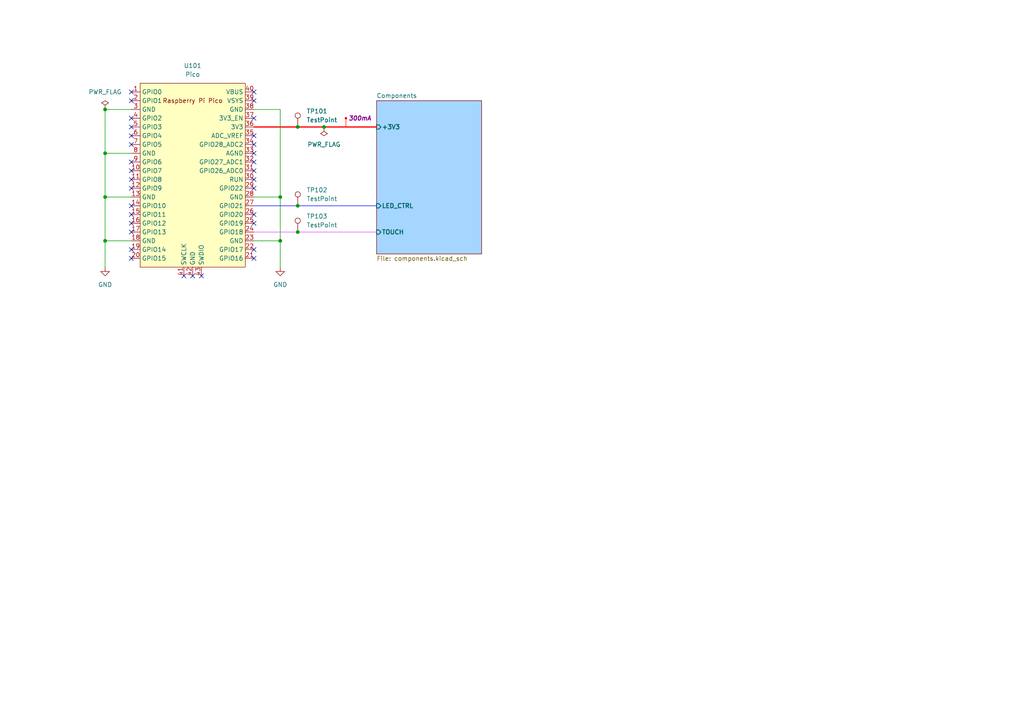
<source format=kicad_sch>
(kicad_sch (version 20231120) (generator "eeschema") (generator_version "8.0")
  (paper "A4")
  (title_block (title "${Title}") (date "2024-03-09") (comment 1 "Author: Vincent") (comment 2 "Raspberry Pi Pico"))
  (lib_symbols
    (symbol "Connector:TestPoint" (pin_numbers hide) (pin_names (offset 0.762) hide)
      (property "Reference" "TP" (at 0 6.858 0))
      (property "Value" "TestPoint" (at 0 5.08 0))
      (symbol "TestPoint_0_1"
        (circle (center 0 3.302) (radius 0.762))
      )
      (symbol "TestPoint_1_1"
        (pin passive line (at 0 0 90) (length 2.54) (name "1") (number "1"))
      )
    )
    (symbol "MCU_RaspberryPi_and_Boards:Pico"
      (property "Reference" "U" (at -13.97 27.94 0))
      (property "Value" "Pico" (at 0 19.05 0))
      (symbol "Pico_0_0"
        (text "Raspberry Pi Pico" (at 0 21.59 0) (effects (font (size 1.27 1.27))))
      )
      (symbol "Pico_0_1"
        (rectangle (start -15.24 26.67) (end 15.24 -26.67) (fill (type background)))
      )
      (symbol "Pico_1_1"
        (pin bidirectional line (at -17.78 24.13 0) (length 2.54) (name "GPIO0") (number "1"))
        (pin bidirectional line (at -17.78 1.27 0) (length 2.54) (name "GPIO7") (number "10"))
        (pin bidirectional line (at -17.78 -1.27 0) (length 2.54) (name "GPIO8") (number "11"))
        (pin bidirectional line (at -17.78 -3.81 0) (length 2.54) (name "GPIO9") (number "12"))
        (pin power_in line (at -17.78 -6.35 0) (length 2.54) (name "GND") (number "13"))
        (pin bidirectional line (at -17.78 -8.89 0) (length 2.54) (name "GPIO10") (number "14"))
        (pin bidirectional line (at -17.78 -11.43 0) (length 2.54) (name "GPIO11") (number "15"))
        (pin bidirectional line (at -17.78 -13.97 0) (length 2.54) (name "GPIO12") (number "16"))
        (pin bidirectional line (at -17.78 -16.51 0) (length 2.54) (name "GPIO13") (number "17"))
        (pin power_in line (at -17.78 -19.05 0) (length 2.54) (name "GND") (number "18"))
        (pin bidirectional line (at -17.78 -21.59 0) (length 2.54) (name "GPIO14") (number "19"))
        (pin bidirectional line (at -17.78 21.59 0) (length 2.54) (name "GPIO1") (number "2"))
        (pin bidirectional line (at -17.78 -24.13 0) (length 2.54) (name "GPIO15") (number "20"))
        (pin bidirectional line (at 17.78 -24.13 180) (length 2.54) (name "GPIO16") (number "21"))
        (pin bidirectional line (at 17.78 -21.59 180) (length 2.54) (name "GPIO17") (number "22"))
        (pin power_in line (at 17.78 -19.05 180) (length 2.54) (name "GND") (number "23"))
        (pin bidirectional line (at 17.78 -16.51 180) (length 2.54) (name "GPIO18") (number "24"))
        (pin bidirectional line (at 17.78 -13.97 180) (length 2.54) (name "GPIO19") (number "25"))
        (pin bidirectional line (at 17.78 -11.43 180) (length 2.54) (name "GPIO20") (number "26"))
        (pin bidirectional line (at 17.78 -8.89 180) (length 2.54) (name "GPIO21") (number "27"))
        (pin power_in line (at 17.78 -6.35 180) (length 2.54) (name "GND") (number "28"))
        (pin bidirectional line (at 17.78 -3.81 180) (length 2.54) (name "GPIO22") (number "29"))
        (pin power_in line (at -17.78 19.05 0) (length 2.54) (name "GND") (number "3"))
        (pin input line (at 17.78 -1.27 180) (length 2.54) (name "RUN") (number "30"))
        (pin bidirectional line (at 17.78 1.27 180) (length 2.54) (name "GPIO26_ADC0") (number "31"))
        (pin bidirectional line (at 17.78 3.81 180) (length 2.54) (name "GPIO27_ADC1") (number "32"))
        (pin power_in line (at 17.78 6.35 180) (length 2.54) (name "AGND") (number "33"))
        (pin bidirectional line (at 17.78 8.89 180) (length 2.54) (name "GPIO28_ADC2") (number "34"))
        (pin power_in line (at 17.78 11.43 180) (length 2.54) (name "ADC_VREF") (number "35"))
        (pin power_in line (at 17.78 13.97 180) (length 2.54) (name "3V3") (number "36"))
        (pin input line (at 17.78 16.51 180) (length 2.54) (name "3V3_EN") (number "37"))
        (pin bidirectional line (at 17.78 19.05 180) (length 2.54) (name "GND") (number "38"))
        (pin power_in line (at 17.78 21.59 180) (length 2.54) (name "VSYS") (number "39"))
        (pin bidirectional line (at -17.78 16.51 0) (length 2.54) (name "GPIO2") (number "4"))
        (pin power_in line (at 17.78 24.13 180) (length 2.54) (name "VBUS") (number "40"))
        (pin input line (at -2.54 -29.21 90) (length 2.54) (name "SWCLK") (number "41"))
        (pin power_in line (at 0 -29.21 90) (length 2.54) (name "GND") (number "42"))
        (pin bidirectional line (at 2.54 -29.21 90) (length 2.54) (name "SWDIO") (number "43"))
        (pin bidirectional line (at -17.78 13.97 0) (length 2.54) (name "GPIO3") (number "5"))
        (pin bidirectional line (at -17.78 11.43 0) (length 2.54) (name "GPIO4") (number "6"))
        (pin bidirectional line (at -17.78 8.89 0) (length 2.54) (name "GPIO5") (number "7"))
        (pin power_in line (at -17.78 6.35 0) (length 2.54) (name "GND") (number "8"))
        (pin bidirectional line (at -17.78 3.81 0) (length 2.54) (name "GPIO6") (number "9"))
      )
    )
    (symbol "power:GND" (power) (pin_names (offset 0))
      (property "Value" "GND" (at 0 -3.81 0))
      (symbol "GND_0_1"
        (polyline (pts (xy 0 0) (xy 0 -1.27) (xy 1.27 -1.27) (xy 0 -2.54) (xy -1.27 -1.27) (xy 0 -1.27)))
      )
      (symbol "GND_1_1"
        (pin power_in line (at 0 0 270) (length 0) hide (name "GND") (number "1"))
      )
    )
    (symbol "power:PWR_FLAG" (power) (pin_numbers hide) (pin_names (offset 0) hide)
      (property "Value" "PWR_FLAG" (at 0 3.81 0))
      (symbol "PWR_FLAG_0_0"
        (pin power_out line (at 0 0 90) (length 0) (name "pwr") (number "1"))
      )
      (symbol "PWR_FLAG_0_1"
        (polyline (pts (xy 0 0) (xy 0 1.27) (xy -1.016 1.905) (xy 0 2.54) (xy 1.016 1.905) (xy 0 1.27)))
      )
    )
  )
  (junction (at 81.28 69.85))
  (junction (at 30.48 69.85))
  (junction (at 86.36 59.69))
  (junction (at 30.48 31.75))
  (junction (at 86.36 67.31))
  (junction (at 30.48 57.15))
  (junction (at 81.28 57.15))
  (junction (at 86.36 36.83))
  (junction (at 93.98 36.83))
  (junction (at 30.48 44.45))
  (no_connect (at 38.1 72.39))
  (no_connect (at 38.1 54.61))
  (no_connect (at 73.66 54.61))
  (no_connect (at 38.1 34.29))
  (no_connect (at 38.1 29.21))
  (no_connect (at 73.66 39.37))
  (no_connect (at 73.66 46.99))
  (no_connect (at 73.66 74.93))
  (no_connect (at 38.1 36.83))
  (no_connect (at 73.66 49.53))
  (no_connect (at 38.1 74.93))
  (no_connect (at 73.66 29.21))
  (no_connect (at 58.42 80.01))
  (no_connect (at 73.66 34.29))
  (no_connect (at 53.34 80.01))
  (no_connect (at 38.1 67.31))
  (no_connect (at 73.66 41.91))
  (no_connect (at 73.66 52.07))
  (no_connect (at 38.1 49.53))
  (no_connect (at 38.1 26.67))
  (no_connect (at 55.88 80.01))
  (no_connect (at 73.66 72.39))
  (no_connect (at 38.1 39.37))
  (no_connect (at 73.66 64.77))
  (no_connect (at 73.66 26.67))
  (no_connect (at 73.66 62.23))
  (no_connect (at 38.1 64.77))
  (no_connect (at 38.1 52.07))
  (no_connect (at 73.66 44.45))
  (no_connect (at 38.1 62.23))
  (no_connect (at 38.1 46.99))
  (no_connect (at 38.1 59.69))
  (no_connect (at 38.1 41.91))
  (wire (pts (xy 30.48 44.45) (xy 38.1 44.45)))
  (wire (pts (xy 93.98 36.83) (xy 109.22 36.83)) (stroke (width 0.35) (color 255 0 0 1)))
  (wire (pts (xy 73.66 57.15) (xy 81.28 57.15)))
  (wire (pts (xy 30.48 69.85) (xy 30.48 57.15)))
  (wire (pts (xy 73.66 67.31) (xy 86.36 67.31)) (stroke (width 0) (color 227 67 255 1)))
  (wire (pts (xy 81.28 31.75) (xy 81.28 57.15)))
  (wire (pts (xy 30.48 57.15) (xy 38.1 57.15)))
  (wire (pts (xy 30.48 69.85) (xy 38.1 69.85)))
  (wire (pts (xy 86.36 36.83) (xy 93.98 36.83)) (stroke (width 0.35) (color 255 0 0 1)))
  (wire (pts (xy 81.28 57.15) (xy 81.28 69.85)))
  (wire (pts (xy 86.36 67.31) (xy 109.22 67.31)) (stroke (width 0) (color 227 67 255 1)))
  (wire (pts (xy 73.66 36.83) (xy 86.36 36.83)) (stroke (width 0.35) (color 255 0 0 1)))
  (wire (pts (xy 73.66 69.85) (xy 81.28 69.85)))
  (wire (pts (xy 81.28 69.85) (xy 81.28 77.47)))
  (wire (pts (xy 73.66 59.69) (xy 86.36 59.69)) (stroke (width 0) (color 0 0 255 1)))
  (wire (pts (xy 30.48 77.47) (xy 30.48 69.85)))
  (wire (pts (xy 73.66 31.75) (xy 81.28 31.75)))
  (wire (pts (xy 30.48 44.45) (xy 30.48 57.15)))
  (wire (pts (xy 30.48 44.45) (xy 30.48 31.75)))
  (wire (pts (xy 86.36 59.69) (xy 109.22 59.69)) (stroke (width 0) (color 0 0 255 1)))
  (wire (pts (xy 30.48 31.75) (xy 38.1 31.75)))
  (netclass_flag "" (length 2.54) (shape dot) (at 100.33 36.83 0) (property "Netclass" "300mA" (at 101.0285 34.29 0) (effects (font (bold yes) (italic yes)) (justify left))))
  (symbol (lib_id "MCU_RaspberryPi_and_Boards:Pico") (at 55.88 50.8 0) (unit 1) (in_bom no)
    (property "Reference" "U101" (at 55.88 19.05 0))
    (property "Value" "Pico" (at 55.88 21.59 0))
    (property "Footprint" "MCU_RaspberryPi_and_Boards:RPi_Pico_SMD_TH" (effects (hide yes)))
  )
  (symbol (lib_id "power:PWR_FLAG") (at 30.48 31.75 0) (unit 1)
    (property "Reference" "#FLG0101" (effects (hide yes)))
    (property "Value" "PWR_FLAG" (at 30.48 26.67 0))
    (property "Description" "Special symbol for telling ERC where power comes from" (effects (hide yes)))
  )
  (symbol (lib_id "Connector:TestPoint") (at 86.36 59.69 0) (unit 1)
    (property "Reference" "TP102" (at 88.9 55.1179 0) (effects (justify left)))
    (property "Value" "TestPoint" (at 88.9 57.6579 0) (effects (justify left)))
    (property "Footprint" "TestPoint:TestPoint_Pad_D1.0mm" (effects (hide yes)))
    (property "Description" "test point" (effects (hide yes)))
  )
  (symbol (lib_id "power:PWR_FLAG") (at 93.98 36.83 180) (unit 1)
    (property "Reference" "#FLG0102" (effects (hide yes)))
    (property "Value" "PWR_FLAG" (at 93.98 41.91 0))
    (property "Description" "Special symbol for telling ERC where power comes from" (effects (hide yes)))
  )
  (symbol (lib_id "power:GND") (at 81.28 77.47 0) (unit 1)
    (property "Reference" "#PWR0102" (effects (hide yes)))
    (property "Value" "GND" (at 81.28 82.55 0))
    (property "Description" "Power symbol creates a global label with name \"GND\" , ground" (effects (hide yes)))
  )
  (symbol (lib_id "Connector:TestPoint") (at 86.36 67.31 0) (unit 1)
    (property "Reference" "TP103" (at 88.9 62.7379 0) (effects (justify left)))
    (property "Value" "TestPoint" (at 88.9 65.2779 0) (effects (justify left)))
    (property "Footprint" "TestPoint:TestPoint_Pad_D1.0mm" (effects (hide yes)))
    (property "Description" "test point" (effects (hide yes)))
  )
  (symbol (lib_id "power:GND") (at 30.48 77.47 0) (unit 1)
    (property "Reference" "#PWR0101" (effects (hide yes)))
    (property "Value" "GND" (at 30.48 82.55 0))
    (property "Description" "Power symbol creates a global label with name \"GND\" , ground" (effects (hide yes)))
  )
  (symbol (lib_id "Connector:TestPoint") (at 86.36 36.83 0) (unit 1)
    (property "Reference" "TP101" (at 88.9 32.2579 0) (effects (justify left)))
    (property "Value" "TestPoint" (at 88.9 34.7979 0) (effects (justify left)))
    (property "Footprint" "TestPoint:TestPoint_Pad_D1.0mm" (effects (hide yes)))
    (property "Description" "test point" (effects (hide yes)))
  )
  (sheet (at 109.22 29.21) (size 30.48 44.45) (stroke (width 0.1524)) (fill (color 64 168 255 0.4700))
    (property "Sheetname" "Components" (at 109.22 28.4984 0) (effects (justify left bottom)))
    (property "Sheetfile" "components.kicad_sch" (at 109.22 74.2446 0) (effects (justify left top)))
    (pin "+3V3" input (at 109.22 36.83 180) (effects (font (thickness 0.254) (bold yes))))
    (pin "LED_CTRL" input (at 109.22 59.69 180) (effects (font (thickness 0.254) (bold yes))))
    (pin "TOUCH" input (at 109.22 67.31 180) (effects (font (thickness 0.254) (bold yes))))
  )
)
</source>
